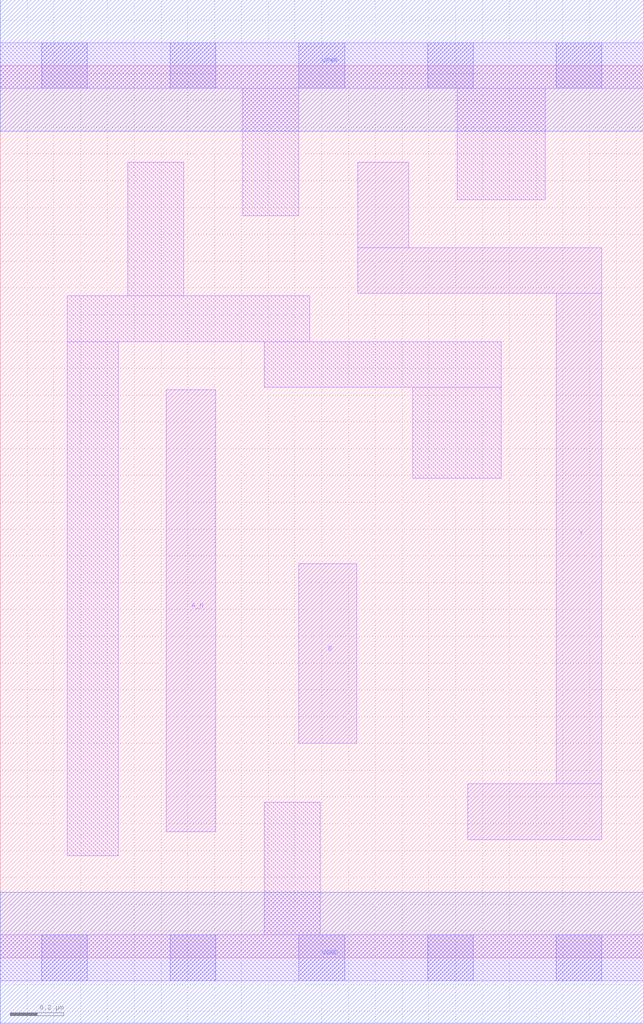
<source format=lef>
# Copyright 2020 The SkyWater PDK Authors
#
# Licensed under the Apache License, Version 2.0 (the "License");
# you may not use this file except in compliance with the License.
# You may obtain a copy of the License at
#
#     https://www.apache.org/licenses/LICENSE-2.0
#
# Unless required by applicable law or agreed to in writing, software
# distributed under the License is distributed on an "AS IS" BASIS,
# WITHOUT WARRANTIES OR CONDITIONS OF ANY KIND, either express or implied.
# See the License for the specific language governing permissions and
# limitations under the License.
#
# SPDX-License-Identifier: Apache-2.0

VERSION 5.7 ;
  NOWIREEXTENSIONATPIN ON ;
  DIVIDERCHAR "/" ;
  BUSBITCHARS "[]" ;
UNITS
  DATABASE MICRONS 200 ;
END UNITS
MACRO sky130_fd_sc_lp__nand2b_m
  CLASS CORE ;
  FOREIGN sky130_fd_sc_lp__nand2b_m ;
  ORIGIN  0.000000  0.000000 ;
  SIZE  2.400000 BY  3.330000 ;
  SYMMETRY X Y R90 ;
  SITE unit ;
  PIN A_N
    ANTENNAGATEAREA  0.126000 ;
    DIRECTION INPUT ;
    USE SIGNAL ;
    PORT
      LAYER li1 ;
        RECT 0.620000 0.470000 0.805000 2.120000 ;
    END
  END A_N
  PIN B
    ANTENNAGATEAREA  0.126000 ;
    DIRECTION INPUT ;
    USE SIGNAL ;
    PORT
      LAYER li1 ;
        RECT 1.115000 0.800000 1.330000 1.470000 ;
    END
  END B
  PIN Y
    ANTENNADIFFAREA  0.228900 ;
    DIRECTION OUTPUT ;
    USE SIGNAL ;
    PORT
      LAYER li1 ;
        RECT 1.335000 2.480000 2.245000 2.650000 ;
        RECT 1.335000 2.650000 1.525000 2.970000 ;
        RECT 1.745000 0.440000 2.245000 0.650000 ;
        RECT 2.075000 0.650000 2.245000 2.480000 ;
    END
  END Y
  PIN VGND
    DIRECTION INOUT ;
    USE GROUND ;
    PORT
      LAYER met1 ;
        RECT 0.000000 -0.245000 2.400000 0.245000 ;
    END
  END VGND
  PIN VPWR
    DIRECTION INOUT ;
    USE POWER ;
    PORT
      LAYER met1 ;
        RECT 0.000000 3.085000 2.400000 3.575000 ;
    END
  END VPWR
  OBS
    LAYER li1 ;
      RECT 0.000000 -0.085000 2.400000 0.085000 ;
      RECT 0.000000  3.245000 2.400000 3.415000 ;
      RECT 0.250000  0.380000 0.440000 2.300000 ;
      RECT 0.250000  2.300000 1.155000 2.470000 ;
      RECT 0.475000  2.470000 0.685000 2.970000 ;
      RECT 0.905000  2.770000 1.115000 3.245000 ;
      RECT 0.985000  0.085000 1.195000 0.580000 ;
      RECT 0.985000  2.130000 1.870000 2.300000 ;
      RECT 1.540000  1.790000 1.870000 2.130000 ;
      RECT 1.705000  2.830000 2.035000 3.245000 ;
    LAYER mcon ;
      RECT 0.155000 -0.085000 0.325000 0.085000 ;
      RECT 0.155000  3.245000 0.325000 3.415000 ;
      RECT 0.635000 -0.085000 0.805000 0.085000 ;
      RECT 0.635000  3.245000 0.805000 3.415000 ;
      RECT 1.115000 -0.085000 1.285000 0.085000 ;
      RECT 1.115000  3.245000 1.285000 3.415000 ;
      RECT 1.595000 -0.085000 1.765000 0.085000 ;
      RECT 1.595000  3.245000 1.765000 3.415000 ;
      RECT 2.075000 -0.085000 2.245000 0.085000 ;
      RECT 2.075000  3.245000 2.245000 3.415000 ;
  END
END sky130_fd_sc_lp__nand2b_m
END LIBRARY

</source>
